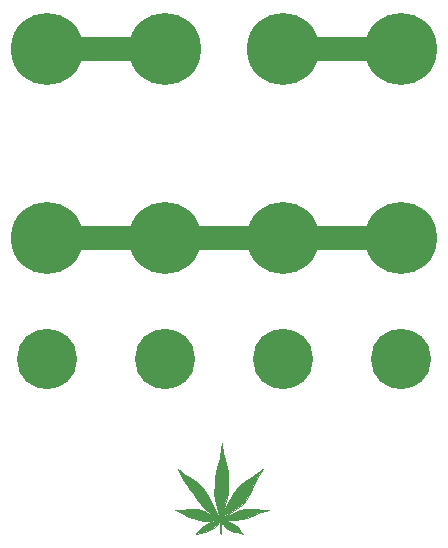
<source format=gbr>
G04 #@! TF.GenerationSoftware,KiCad,Pcbnew,(5.1.5-0)*
G04 #@! TF.CreationDate,2021-01-20T17:01:45-08:00*
G04 #@! TF.ProjectId,4seq,34736571-2e6b-4696-9361-645f70636258,rev?*
G04 #@! TF.SameCoordinates,Original*
G04 #@! TF.FileFunction,Copper,L1,Top*
G04 #@! TF.FilePolarity,Positive*
%FSLAX46Y46*%
G04 Gerber Fmt 4.6, Leading zero omitted, Abs format (unit mm)*
G04 Created by KiCad (PCBNEW (5.1.5-0)) date 2021-01-20 17:01:45*
%MOMM*%
%LPD*%
G04 APERTURE LIST*
%ADD10C,2.000000*%
%ADD11C,0.100000*%
%ADD12C,5.100000*%
%ADD13C,6.100000*%
G04 APERTURE END LIST*
D10*
X35250000Y-99750000D02*
X5250000Y-99750000D01*
X15250000Y-83750000D02*
X5250000Y-83750000D01*
X35250000Y-83750000D02*
X25250000Y-83750000D01*
D11*
G36*
X16596400Y-119524900D02*
G01*
X16913900Y-119766200D01*
X17479050Y-120083700D01*
X18075950Y-120515500D01*
X18450600Y-120896500D01*
X18850650Y-121461650D01*
X19447550Y-122642750D01*
X19746000Y-123207900D01*
X19758700Y-123220600D01*
X19428500Y-123246000D01*
X19326900Y-123195200D01*
X18971300Y-122947550D01*
X18564900Y-122579250D01*
X18234700Y-122230000D01*
X17879100Y-121798200D01*
X17599700Y-121379100D01*
X17409200Y-121125100D01*
X17155200Y-120667900D01*
X16901200Y-120299600D01*
X16659900Y-119880500D01*
X16380500Y-119321700D01*
X16596400Y-119524900D01*
G37*
X16596400Y-119524900D02*
X16913900Y-119766200D01*
X17479050Y-120083700D01*
X18075950Y-120515500D01*
X18450600Y-120896500D01*
X18850650Y-121461650D01*
X19447550Y-122642750D01*
X19746000Y-123207900D01*
X19758700Y-123220600D01*
X19428500Y-123246000D01*
X19326900Y-123195200D01*
X18971300Y-122947550D01*
X18564900Y-122579250D01*
X18234700Y-122230000D01*
X17879100Y-121798200D01*
X17599700Y-121379100D01*
X17409200Y-121125100D01*
X17155200Y-120667900D01*
X16901200Y-120299600D01*
X16659900Y-119880500D01*
X16380500Y-119321700D01*
X16596400Y-119524900D01*
G36*
X18002925Y-122703075D02*
G01*
X18339475Y-122798325D01*
X18603000Y-122890400D01*
X19301500Y-123296800D01*
X19331980Y-123324740D01*
X19339600Y-123309500D01*
X19339600Y-123322200D01*
X19331980Y-123324740D01*
X19250700Y-123487300D01*
X19644400Y-123627000D01*
X19434850Y-123652400D01*
X19041150Y-123677800D01*
X18564900Y-123677800D01*
X18120400Y-123614300D01*
X17637800Y-123500000D01*
X17244100Y-123385700D01*
X16837700Y-123157100D01*
X16520200Y-122928500D01*
X16113800Y-122801500D01*
X16761500Y-122750700D01*
X17294900Y-122712600D01*
X17758450Y-122706250D01*
X18002925Y-122703075D01*
G37*
X18002925Y-122703075D02*
X18339475Y-122798325D01*
X18603000Y-122890400D01*
X19301500Y-123296800D01*
X19331980Y-123324740D01*
X19339600Y-123309500D01*
X19339600Y-123322200D01*
X19331980Y-123324740D01*
X19250700Y-123487300D01*
X19644400Y-123627000D01*
X19434850Y-123652400D01*
X19041150Y-123677800D01*
X18564900Y-123677800D01*
X18120400Y-123614300D01*
X17637800Y-123500000D01*
X17244100Y-123385700D01*
X16837700Y-123157100D01*
X16520200Y-122928500D01*
X16113800Y-122801500D01*
X16761500Y-122750700D01*
X17294900Y-122712600D01*
X17758450Y-122706250D01*
X18002925Y-122703075D01*
G36*
X19866650Y-123766700D02*
G01*
X19498350Y-124198500D01*
X19060200Y-124471550D01*
X18679200Y-124611250D01*
X17929900Y-124776350D01*
X18412500Y-124249300D01*
X18806200Y-123982600D01*
X19174500Y-123779400D01*
X19644400Y-123703200D01*
X19669800Y-123703200D01*
X19866650Y-123766700D01*
G37*
X19866650Y-123766700D02*
X19498350Y-124198500D01*
X19060200Y-124471550D01*
X18679200Y-124611250D01*
X17929900Y-124776350D01*
X18412500Y-124249300D01*
X18806200Y-123982600D01*
X19174500Y-123779400D01*
X19644400Y-123703200D01*
X19669800Y-123703200D01*
X19866650Y-123766700D01*
G36*
X20000000Y-123284100D02*
G01*
X19788862Y-123477775D01*
X20007937Y-123573025D01*
X20758825Y-124115950D01*
X20577850Y-124211200D01*
X20000000Y-123754000D01*
X20012700Y-124846200D01*
X19898400Y-124706500D01*
X19892050Y-123817500D01*
X19936500Y-123817500D01*
X19555500Y-123601600D01*
X19269750Y-123449200D01*
X19434850Y-123169800D01*
X20000000Y-123284100D01*
G37*
X20000000Y-123284100D02*
X19788862Y-123477775D01*
X20007937Y-123573025D01*
X20758825Y-124115950D01*
X20577850Y-124211200D01*
X20000000Y-123754000D01*
X20012700Y-124846200D01*
X19898400Y-124706500D01*
X19892050Y-123817500D01*
X19936500Y-123817500D01*
X19555500Y-123601600D01*
X19269750Y-123449200D01*
X19434850Y-123169800D01*
X20000000Y-123284100D01*
G36*
X20641350Y-123741300D02*
G01*
X21193800Y-124020700D01*
X21520825Y-124347725D01*
X21655763Y-124577913D01*
X21887538Y-124847788D01*
X21581150Y-124763650D01*
X21327150Y-124687450D01*
X21149350Y-124623950D01*
X20774700Y-124490600D01*
X20415925Y-124296925D01*
X20155575Y-124011175D01*
X20031750Y-123849250D01*
X20095250Y-123887350D01*
X20069850Y-123823850D01*
X20133350Y-123652400D01*
X20641350Y-123741300D01*
G37*
X20641350Y-123741300D02*
X21193800Y-124020700D01*
X21520825Y-124347725D01*
X21655763Y-124577913D01*
X21887538Y-124847788D01*
X21581150Y-124763650D01*
X21327150Y-124687450D01*
X21149350Y-124623950D01*
X20774700Y-124490600D01*
X20415925Y-124296925D01*
X20155575Y-124011175D01*
X20031750Y-123849250D01*
X20095250Y-123887350D01*
X20069850Y-123823850D01*
X20133350Y-123652400D01*
X20641350Y-123741300D01*
G36*
X23073400Y-122738000D02*
G01*
X23505200Y-122763400D01*
X24083207Y-122773943D01*
X23403600Y-122928500D01*
X22971800Y-123119000D01*
X22628900Y-123334900D01*
X22209800Y-123500000D01*
X21676400Y-123588900D01*
X21231900Y-123614300D01*
X20654050Y-123595250D01*
X20076200Y-123576200D01*
X20012700Y-123500000D01*
X20228600Y-123436500D01*
X20235585Y-123385700D01*
X20551815Y-123258700D01*
X21085850Y-123030100D01*
X21638300Y-122826900D01*
X22032000Y-122712600D01*
X22476500Y-122712600D01*
X23073400Y-122738000D01*
G37*
X23073400Y-122738000D02*
X23505200Y-122763400D01*
X24083207Y-122773943D01*
X23403600Y-122928500D01*
X22971800Y-123119000D01*
X22628900Y-123334900D01*
X22209800Y-123500000D01*
X21676400Y-123588900D01*
X21231900Y-123614300D01*
X20654050Y-123595250D01*
X20076200Y-123576200D01*
X20012700Y-123500000D01*
X20228600Y-123436500D01*
X20235585Y-123385700D01*
X20551815Y-123258700D01*
X21085850Y-123030100D01*
X21638300Y-122826900D01*
X22032000Y-122712600D01*
X22476500Y-122712600D01*
X23073400Y-122738000D01*
G36*
X23060700Y-120083700D02*
G01*
X22819400Y-120579000D01*
X22616200Y-121036200D01*
X22355850Y-121556900D01*
X22082800Y-121912500D01*
X21771650Y-122325250D01*
X21301750Y-122718950D01*
X20800100Y-123055500D01*
X19695200Y-123652400D01*
X19720600Y-123322200D01*
X20025400Y-123271400D01*
X20273050Y-122833250D01*
X20488950Y-122369700D01*
X20654050Y-122039500D01*
X20838200Y-121747400D01*
X21003300Y-121429900D01*
X21282700Y-121074300D01*
X21562100Y-120756800D01*
X21892300Y-120464700D01*
X22235200Y-120236100D01*
X22616200Y-119982100D01*
X23009900Y-119715400D01*
X23543300Y-119321700D01*
X23060700Y-120083700D01*
G37*
X23060700Y-120083700D02*
X22819400Y-120579000D01*
X22616200Y-121036200D01*
X22355850Y-121556900D01*
X22082800Y-121912500D01*
X21771650Y-122325250D01*
X21301750Y-122718950D01*
X20800100Y-123055500D01*
X19695200Y-123652400D01*
X19720600Y-123322200D01*
X20025400Y-123271400D01*
X20273050Y-122833250D01*
X20488950Y-122369700D01*
X20654050Y-122039500D01*
X20838200Y-121747400D01*
X21003300Y-121429900D01*
X21282700Y-121074300D01*
X21562100Y-120756800D01*
X21892300Y-120464700D01*
X22235200Y-120236100D01*
X22616200Y-119982100D01*
X23009900Y-119715400D01*
X23543300Y-119321700D01*
X23060700Y-120083700D01*
G36*
X20215900Y-117950100D02*
G01*
X20317500Y-118432700D01*
X20431800Y-118889900D01*
X20514350Y-119220100D01*
X20577850Y-119601100D01*
X20622300Y-120121800D01*
X20622300Y-120655200D01*
X20571500Y-121239400D01*
X20508000Y-121760100D01*
X20365125Y-122255400D01*
X20066675Y-123271400D01*
X19853950Y-123220600D01*
X19619000Y-122306200D01*
X19445962Y-121442600D01*
X19461837Y-120655200D01*
X19514225Y-119994800D01*
X19676150Y-119220100D01*
X19911100Y-118407300D01*
X20038100Y-117632600D01*
X20101600Y-117111900D01*
X20215900Y-117950100D01*
G37*
X20215900Y-117950100D02*
X20317500Y-118432700D01*
X20431800Y-118889900D01*
X20514350Y-119220100D01*
X20577850Y-119601100D01*
X20622300Y-120121800D01*
X20622300Y-120655200D01*
X20571500Y-121239400D01*
X20508000Y-121760100D01*
X20365125Y-122255400D01*
X20066675Y-123271400D01*
X19853950Y-123220600D01*
X19619000Y-122306200D01*
X19445962Y-121442600D01*
X19461837Y-120655200D01*
X19514225Y-119994800D01*
X19676150Y-119220100D01*
X19911100Y-118407300D01*
X20038100Y-117632600D01*
X20101600Y-117111900D01*
X20215900Y-117950100D01*
D12*
X35250000Y-110000000D03*
X25250000Y-110000000D03*
X15250000Y-110000000D03*
X5250000Y-110000000D03*
D13*
X35250000Y-99750000D03*
X5250000Y-83750000D03*
X35250000Y-83750000D03*
X25250000Y-83750000D03*
X15250000Y-83750000D03*
X5250000Y-99750000D03*
X25250000Y-99750000D03*
X15250000Y-99750000D03*
M02*

</source>
